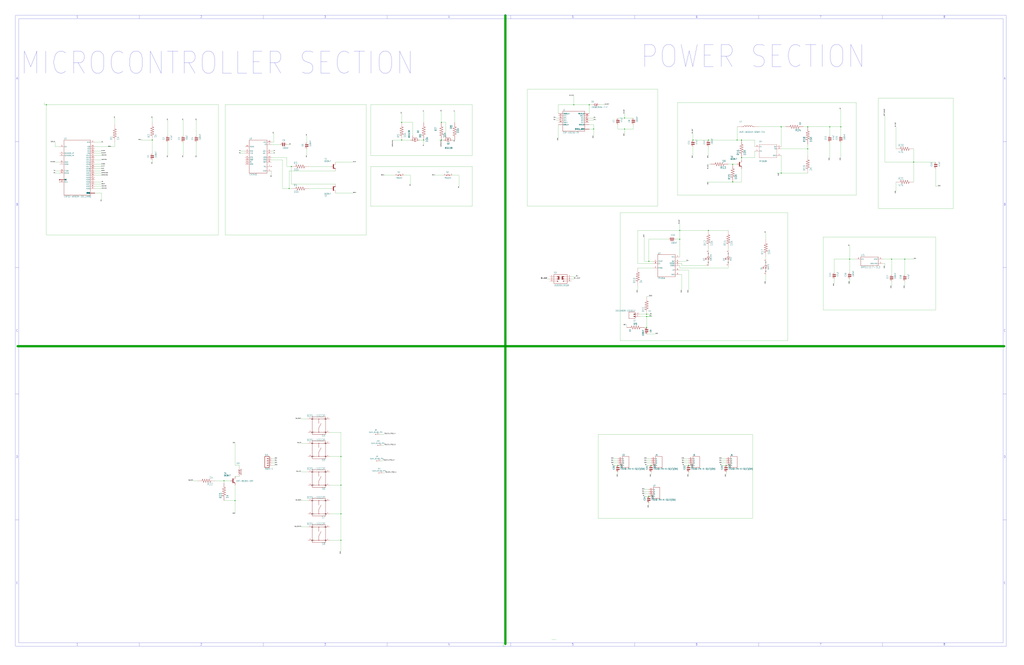
<source format=kicad_sch>
(kicad_sch (version 20231120) (generator "eeschema") (generator_version "8.0")
  (paper "User" 1178.56 765.886)
  (junction (at 257.81 553.72))
  (junction (at 392.43 622.3))
  (junction (at 843.28 209.55))
  (junction (at 746.76 300.99))
  (junction (at 508 140.97))
  (junction (at 835.66 535.94))
  (junction (at 711.2 535.94))
  (junction (at 392.43 558.8))
  (junction (at 929.64 146.05))
  (junction (at 744.22 361.95))
  (junction (at 815.34 161.29))
  (junction (at 977.9 298.45))
  (junction (at 508 161.29))
  (junction (at 175.26 161.29))
  (junction (at 967.74 146.05))
  (junction (at 1051.56 186.69))
  (junction (at 1041.4 298.45))
  (junction (at 853.44 181.61))
  (junction (at 749.3 535.94))
  (junction (at 392.43 591.82))
  (junction (at 53.34 120.65))
  (junction (at 929.64 171.45))
  (junction (at 1026.16 298.45))
  (junction (at 744.22 364.49))
  (junction (at 848.36 161.29))
  (junction (at 487.68 161.29))
  (junction (at 718.82 135.89))
  (junction (at 335.28 191.77))
  (junction (at 782.32 265.43))
  (junction (at 843.28 189.23))
  (junction (at 683.26 148.59))
  (junction (at 392.43 525.78))
  (junction (at 797.56 161.29))
  (junction (at 270.51 576.58))
  (junction (at 744.22 377.19))
  (junction (at 792.48 535.94))
  (junction (at 332.74 217.17))
  (junction (at 462.28 161.29))
  (junction (at 815.34 265.43))
  (junction (at 899.16 199.39))
  (junction (at 678.18 120.65))
  (junction (at 782.32 275.59))
  (junction (at 955.04 146.05))
  (junction (at 853.44 161.29))
  (junction (at 462.28 140.97))
  (junction (at 899.16 146.05))
  (junction (at 660.4 120.65))
  (junction (at 746.76 571.5))
  (junction (at 718.82 148.59))
  (wire (pts (xy 392.43 525.78) (xy 392.43 558.8)) (stroke (width 0.1524)))
  (wire (pts (xy 734.06 303.53) (xy 734.06 265.43)) (stroke (width 0.1524)))
  (wire (pts (xy 741.68 377.19) (xy 744.22 377.19)) (stroke (width 0.1524)))
  (polyline (pts (xy 1154.43 453.644) (xy 1158.24 453.644)))
  (polyline (pts (xy 588.01 17.78) (xy 588.01 21.59)))
  (wire (pts (xy 985.52 298.45) (xy 977.9 298.45)) (stroke (width 0.1524)))
  (wire (pts (xy 386.08 222.25) (xy 406.4 222.25)) (stroke (width 0.1524)))
  (wire (pts (xy 109.22 176.53) (xy 116.84 176.53)) (stroke (width 0.1524)))
  (wire (pts (xy 1031.24 171.45) (xy 1031.24 146.05)) (stroke (width 0.1524)))
  (wire (pts (xy 68.58 196.85) (xy 63.5 196.85)) (stroke (width 0.1524)))
  (wire (pts (xy 330.2 166.37) (xy 332.74 166.37)) (stroke (width 0.1524)))
  (wire (pts (xy 749.3 533.4) (xy 744.22 533.4)) (stroke (width 0.1524)))
  (wire (pts (xy 472.44 161.29) (xy 462.28 161.29)) (stroke (width 0.1524)))
  (wire (pts (xy 1026.16 323.85) (xy 1026.16 328.93)) (stroke (width 0.1524)))
  (wire (pts (xy 440.69 544.83) (xy 443.23 544.83)))
  (wire (pts (xy 690.88 120.65) (xy 695.96 120.65)) (stroke (width 0.1524)))
  (wire (pts (xy 543.56 191.77) (xy 543.56 237.49)) (stroke (width 0.1524)))
  (wire (pts (xy 835.66 528.32) (xy 830.58 528.32)) (stroke (width 0.1524)))
  (wire (pts (xy 1051.56 186.69) (xy 1018.54 186.69)) (stroke (width 0.1524)))
  (wire (pts (xy 247.65 553.72) (xy 257.81 553.72)) (stroke (width 0.1524)))
  (wire (pts (xy 270.51 558.8) (xy 270.51 576.58)) (stroke (width 0.1524)))
  (wire (pts (xy 1076.96 273.05) (xy 1076.96 356.87)) (stroke (width 0.1524)))
  (wire (pts (xy 782.32 300.99) (xy 789.94 300.99)) (stroke (width 0.1524)))
  (wire (pts (xy 688.34 596.9) (xy 688.34 500.38)) (stroke (width 0.1524)))
  (wire (pts (xy 332.74 196.85) (xy 332.74 217.17)) (stroke (width 0.1524)))
  (wire (pts (xy 1018.54 186.69) (xy 1018.54 133.35)) (stroke (width 0.1524)))
  (wire (pts (xy 1010.92 240.03) (xy 1097.28 240.03)) (stroke (width 0.1524)))
  (wire (pts (xy 868.68 161.29) (xy 853.44 161.29)) (stroke (width 0.1524)))
  (wire (pts (xy 109.22 191.77) (xy 116.84 191.77)) (stroke (width 0.1524)))
  (wire (pts (xy 678.18 135.89) (xy 683.26 135.89)) (stroke (width 0.1524)))
  (polyline (pts (xy 160.3375 740.41) (xy 160.3375 744.22)))
  (polyline (pts (xy 1154.43 308.356) (xy 1158.24 308.356)))
  (wire (pts (xy 513.08 140.97) (xy 508 140.97)) (stroke (width 0.1524)))
  (wire (pts (xy 257.81 576.58) (xy 270.51 576.58)) (stroke (width 0.1524)))
  (wire (pts (xy 815.34 168.91) (xy 815.34 179.07)) (stroke (width 0.1524)))
  (wire (pts (xy 523.24 140.97) (xy 523.24 128.27)) (stroke (width 0.1524)))
  (wire (pts (xy 462.28 161.29) (xy 452.12 161.29)) (stroke (width 0.1524)))
  (wire (pts (xy 109.22 217.17) (xy 116.84 217.17)) (stroke (width 0.1524)))
  (wire (pts (xy 835.66 535.94) (xy 830.58 535.94)) (stroke (width 0.1524)))
  (wire (pts (xy 312.42 173.99) (xy 314.96 173.99)) (stroke (width 0.1524)))
  (wire (pts (xy 508 161.29) (xy 510.54 161.29)) (stroke (width 0.1524)))
  (wire (pts (xy 838.2 189.23) (xy 843.28 189.23)) (stroke (width 0.1524)))
  (wire (pts (xy 899.16 199.39) (xy 894.08 199.39)) (stroke (width 0.1524)))
  (wire (pts (xy 438.15 530.86) (xy 440.69 530.86)))
  (wire (pts (xy 462.28 140.97) (xy 462.28 130.81)) (stroke (width 0.1524)))
  (wire (pts (xy 353.06 163.83) (xy 353.06 156.21)) (stroke (width 0.1524)))
  (wire (pts (xy 853.44 209.55) (xy 843.28 209.55)) (stroke (width 0.1524)))
  (wire (pts (xy 1041.4 323.85) (xy 1041.4 328.93)) (stroke (width 0.1524)))
  (wire (pts (xy 332.74 217.17) (xy 335.28 217.17)) (stroke (width 0.1524)))
  (wire (pts (xy 749.3 535.94) (xy 744.22 535.94)) (stroke (width 0.1524)))
  (wire (pts (xy 281.94 173.99) (xy 276.86 173.99)) (stroke (width 0.1524)))
  (polyline (pts (xy 17.78 163.068) (xy 21.59 163.068)))
  (wire (pts (xy 1026.16 298.45) (xy 1041.4 298.45)) (stroke (width 0.1524)))
  (wire (pts (xy 955.04 146.05) (xy 967.74 146.05)) (stroke (width 0.1524)))
  (wire (pts (xy 508 161.29) (xy 505.46 161.29)) (stroke (width 0.1524)))
  (wire (pts (xy 472.44 201.93) (xy 472.44 212.09)) (stroke (width 0.1524)))
  (wire (pts (xy 736.6 361.95) (xy 744.22 361.95)) (stroke (width 0.1524)))
  (polyline (pts (xy 1154.43 21.59) (xy 21.59 21.59)))
  (wire (pts (xy 354.33 576.58) (xy 346.71 576.58)) (stroke (width 0.1524)))
  (wire (pts (xy 109.22 189.23) (xy 116.84 189.23)) (stroke (width 0.1524)))
  (wire (pts (xy 1076.96 214.63) (xy 1079.5 214.63)) (stroke (width 0.1524)))
  (wire (pts (xy 711.2 143.51) (xy 711.2 148.59)) (stroke (width 0.1524)))
  (polyline (pts (xy 445.4525 17.78) (xy 445.4525 21.59)))
  (wire (pts (xy 270.51 510.54) (xy 270.51 535.94)) (stroke (width 0.1524)))
  (wire (pts (xy 678.18 130.81) (xy 678.18 120.65)) (stroke (width 0.1524)))
  (polyline (pts (xy 445.4525 740.41) (xy 445.4525 744.22)))
  (wire (pts (xy 967.74 163.83) (xy 967.74 181.61)) (stroke (width 0.1524)))
  (wire (pts (xy 815.34 285.75) (xy 815.34 288.29)) (stroke (width 0.1524)))
  (wire (pts (xy 313.69 530.86) (xy 316.23 530.86)) (stroke (width 0.1524)))
  (wire (pts (xy 734.06 265.43) (xy 782.32 265.43)) (stroke (width 0.1524)))
  (wire (pts (xy 454.66 201.93) (xy 441.96 201.93)) (stroke (width 0.1524)))
  (polyline (pts (xy 1154.43 740.41) (xy 21.59 740.41)))
  (wire (pts (xy 678.18 143.51) (xy 683.26 143.51)) (stroke (width 0.1524)))
  (wire (pts (xy 779.78 224.79) (xy 779.78 118.11)) (stroke (width 0.1524)))
  (wire (pts (xy 386.08 196.85) (xy 332.74 196.85)) (stroke (width 0.1524)))
  (wire (pts (xy 736.6 364.49) (xy 744.22 364.49)))
  (wire (pts (xy 797.56 168.91) (xy 797.56 179.07)) (stroke (width 0.1524)))
  (wire (pts (xy 868.68 181.61) (xy 853.44 181.61)) (stroke (width 0.1524)))
  (wire (pts (xy 967.74 146.05) (xy 967.74 125.73)) (stroke (width 0.1524)))
  (wire (pts (xy 259.08 270.51) (xy 259.08 120.65)) (stroke (width 0.1524)))
  (wire (pts (xy 746.76 566.42) (xy 741.68 566.42)) (stroke (width 0.1524)))
  (wire (pts (xy 947.42 273.05) (xy 1076.96 273.05)) (stroke (width 0.1524)))
  (wire (pts (xy 175.26 161.29) (xy 162.56 161.29)) (stroke (width 0.1524)))
  (wire (pts (xy 193.04 163.83) (xy 193.04 179.07)) (stroke (width 0.1524)))
  (wire (pts (xy 866.14 596.9) (xy 688.34 596.9)) (stroke (width 0.1524)))
  (wire (pts (xy 929.64 171.45) (xy 929.64 179.07)) (stroke (width 0.1524)))
  (polyline (pts (xy 1154.43 21.59) (xy 1154.43 740.41)))
  (wire (pts (xy 688.34 500.38) (xy 866.14 500.38)) (stroke (width 0.1524)))
  (wire (pts (xy 520.7 161.29) (xy 523.24 161.29)) (stroke (width 0.1524)))
  (wire (pts (xy 528.32 201.93) (xy 528.32 214.63)) (stroke (width 0.1524)))
  (wire (pts (xy 782.32 265.43) (xy 815.34 265.43)) (stroke (width 0.1524)))
  (wire (pts (xy 985.52 224.79) (xy 779.78 224.79)) (stroke (width 0.1524)))
  (wire (pts (xy 325.12 184.15) (xy 325.12 217.17)) (stroke (width 0.1524)))
  (wire (pts (xy 581.66 741.68) (xy 579.12 741.68)) (stroke (width 0.1524)))
  (wire (pts (xy 354.33 607.06) (xy 346.71 607.06)) (stroke (width 0.1524)))
  (wire (pts (xy 53.34 270.51) (xy 53.34 120.65)) (stroke (width 0.1524)))
  (wire (pts (xy 853.44 184.15) (xy 853.44 181.61)) (stroke (width 0.1524)))
  (wire (pts (xy 838.2 285.75) (xy 838.2 288.29)) (stroke (width 0.1524)))
  (wire (pts (xy 960.12 298.45) (xy 960.12 313.69)) (stroke (width 0.1524)))
  (wire (pts (xy 678.18 120.65) (xy 660.4 120.65)) (stroke (width 0.1524)))
  (wire (pts (xy 543.56 237.49) (xy 426.72 237.49)) (stroke (width 0.1524)))
  (wire (pts (xy 1051.56 171.45) (xy 1051.56 186.69)) (stroke (width 0.1524)))
  (wire (pts (xy 792.48 533.4) (xy 787.4 533.4)) (stroke (width 0.1524)))
  (wire (pts (xy 744.22 377.19) (xy 744.22 364.49)) (stroke (width 0.1524)))
  (wire (pts (xy 779.78 118.11) (xy 985.52 118.11)) (stroke (width 0.1524)))
  (wire (pts (xy 749.3 528.32) (xy 744.22 528.32)) (stroke (width 0.1524)))
  (wire (pts (xy 330.2 191.77) (xy 335.28 191.77)) (stroke (width 0.1524)))
  (wire (pts (xy 513.08 156.21) (xy 513.08 140.97)) (stroke (width 0.1524)))
  (wire (pts (xy 924.56 146.05) (xy 929.64 146.05)))
  (wire (pts (xy 960.12 321.31) (xy 960.12 326.39)) (stroke (width 0.1524)))
  (wire (pts (xy 642.62 120.65) (xy 642.62 130.81)) (stroke (width 0.1524)))
  (wire (pts (xy 642.62 135.89) (xy 640.08 135.89)) (stroke (width 0.1524)))
  (wire (pts (xy 881.38 275.59) (xy 881.38 267.97)) (stroke (width 0.1524)))
  (wire (pts (xy 109.22 212.09) (xy 116.84 212.09)) (stroke (width 0.1524)))
  (wire (pts (xy 711.2 528.32) (xy 706.12 528.32)) (stroke (width 0.1524)))
  (wire (pts (xy 314.96 163.83) (xy 314.96 153.67)) (stroke (width 0.1524)))
  (wire (pts (xy 487.68 140.97) (xy 487.68 128.27)) (stroke (width 0.1524)))
  (wire (pts (xy 683.26 143.51) (xy 683.26 148.59)) (stroke (width 0.1524)))
  (wire (pts (xy 353.06 171.45) (xy 353.06 179.07)) (stroke (width 0.1524)))
  (wire (pts (xy 784.86 316.23) (xy 784.86 334.01)) (stroke (width 0.1524)))
  (polyline (pts (xy 730.5675 740.41) (xy 730.5675 744.22)))
  (wire (pts (xy 955.04 156.21) (xy 955.04 146.05)) (stroke (width 0.1524)))
  (wire (pts (xy 797.56 161.29) (xy 797.56 153.67)) (stroke (width 0.1524)))
  (wire (pts (xy 474.98 156.21) (xy 474.98 140.97)) (stroke (width 0.1524)))
  (wire (pts (xy 68.58 168.91) (xy 63.5 168.91)) (stroke (width 0.1524)))
  (wire (pts (xy 354.33 482.6) (xy 346.71 482.6)) (stroke (width 0.1524)))
  (wire (pts (xy 660.4 120.65) (xy 660.4 110.49)) (stroke (width 0.1524)))
  (wire (pts (xy 109.22 201.93) (xy 116.84 201.93)) (stroke (width 0.1524)))
  (wire (pts (xy 109.22 199.39) (xy 116.84 199.39)) (stroke (width 0.1524)))
  (wire (pts (xy 109.22 184.15) (xy 116.84 184.15)) (stroke (width 0.1524)))
  (wire (pts (xy 899.16 168.91) (xy 899.16 146.05)) (stroke (width 0.1524)))
  (wire (pts (xy 109.22 173.99) (xy 116.84 173.99)) (stroke (width 0.1524)))
  (wire (pts (xy 718.82 148.59) (xy 728.98 148.59)) (stroke (width 0.1524)))
  (wire (pts (xy 464.82 201.93) (xy 472.44 201.93)) (stroke (width 0.1524)))
  (wire (pts (xy 487.68 161.29) (xy 487.68 166.37)) (stroke (width 0.1524)))
  (wire (pts (xy 929.64 166.37) (xy 929.64 171.45)) (stroke (width 0.1524)))
  (wire (pts (xy 579.12 741.68) (xy 579.12 744.22)) (stroke (width 0.1524)))
  (wire (pts (xy 782.32 295.91) (xy 782.32 275.59)) (stroke (width 0.1524)))
  (wire (pts (xy 53.34 120.65) (xy 251.46 120.65)) (stroke (width 0.1524)))
  (wire (pts (xy 848.36 146.05) (xy 848.36 161.29)) (stroke (width 0.1524)))
  (wire (pts (xy 312.42 196.85) (xy 312.42 201.93)) (stroke (width 0.1524)))
  (wire (pts (xy 426.72 237.49) (xy 426.72 191.77)) (stroke (width 0.1524)))
  (wire (pts (xy 227.33 553.72) (xy 222.25 553.72)) (stroke (width 0.1524)))
  (wire (pts (xy 210.82 163.83) (xy 210.82 179.07)) (stroke (width 0.1524)))
  (polyline (pts (xy 302.895 17.78) (xy 302.895 21.59)))
  (wire (pts (xy 792.48 530.86) (xy 787.4 530.86)) (stroke (width 0.1524)))
  (wire (pts (xy 744.22 341.63) (xy 746.76 341.63)) (stroke (width 0.1524)))
  (wire (pts (xy 749.3 543.56) (xy 749.3 546.1)) (stroke (width 0.1524)))
  (polyline (pts (xy 1154.43 163.068) (xy 1158.24 163.068)))
  (wire (pts (xy 386.08 186.69) (xy 406.4 186.69)) (stroke (width 0.1524)))
  (wire (pts (xy 1097.28 240.03) (xy 1097.28 113.03)) (stroke (width 0.1524)))
  (wire (pts (xy 325.12 217.17) (xy 332.74 217.17)) (stroke (width 0.1524)))
  (wire (pts (xy 175.26 176.53) (xy 175.26 161.29)) (stroke (width 0.1524)))
  (wire (pts (xy 63.5 168.91) (xy 63.5 163.83)) (stroke (width 0.1524)))
  (wire (pts (xy 259.08 120.65) (xy 421.64 120.65)) (stroke (width 0.1524)))
  (wire (pts (xy 632.46 321.31) (xy 629.92 321.31)) (stroke (width 0.1524)))
  (wire (pts (xy 270.51 548.64) (xy 275.59 548.64)) (stroke (width 0.1524)))
  (wire (pts (xy 835.66 530.86) (xy 830.58 530.86)) (stroke (width 0.1524)))
  (wire (pts (xy 642.62 138.43) (xy 640.08 138.43)) (stroke (width 0.1524)))
  (wire (pts (xy 792.48 311.15) (xy 792.48 334.01)) (stroke (width 0.1524)))
  (polyline (pts (xy 1015.6825 17.78) (xy 1015.6825 21.59)))
  (wire (pts (xy 848.36 161.29) (xy 853.44 161.29)) (stroke (width 0.1524)))
  (wire (pts (xy 379.73 497.84) (xy 392.43 497.84)) (stroke (width 0.1524)))
  (wire (pts (xy 815.34 265.43) (xy 838.2 265.43)) (stroke (width 0.1524)))
  (wire (pts (xy 782.32 265.43) (xy 782.32 257.81)) (stroke (width 0.1524)))
  (wire (pts (xy 868.68 168.91) (xy 868.68 161.29)) (stroke (width 0.1524)))
  (wire (pts (xy 1076.96 186.69) (xy 1051.56 186.69)) (stroke (width 0.1524)))
  (wire (pts (xy 955.04 163.83) (xy 955.04 181.61)) (stroke (width 0.1524)))
  (polyline (pts (xy 1015.6825 740.41) (xy 1015.6825 744.22)))
  (wire (pts (xy 782.32 311.15) (xy 792.48 311.15)) (stroke (width 0.1524)))
  (wire (pts (xy 741.68 300.99) (xy 741.68 273.05)) (stroke (width 0.1524)))
  (wire (pts (xy 439.42 513.08) (xy 441.96 513.08)))
  (wire (pts (xy 906.78 392.43) (xy 713.74 392.43)) (stroke (width 0.1524)))
  (polyline (pts (xy 160.3375 17.78) (xy 160.3375 21.59)))
  (wire (pts (xy 746.76 571.5) (xy 741.68 571.5)) (stroke (width 0.1524)))
  (wire (pts (xy 711.2 530.86) (xy 706.12 530.86)) (stroke (width 0.1524)))
  (wire (pts (xy 1016 298.45) (xy 1026.16 298.45)) (stroke (width 0.1524)))
  (wire (pts (xy 312.42 184.15) (xy 325.12 184.15)) (stroke (width 0.1524)))
  (wire (pts (xy 251.46 120.65) (xy 251.46 270.51)) (stroke (width 0.1524)))
  (wire (pts (xy 815.34 161.29) (xy 848.36 161.29)) (stroke (width 0.1524)))
  (wire (pts (xy 782.32 303.53) (xy 784.86 303.53)) (stroke (width 0.1524)))
  (wire (pts (xy 109.22 168.91) (xy 132.08 168.91)) (stroke (width 0.1524)))
  (wire (pts (xy 899.16 171.45) (xy 929.64 171.45)) (stroke (width 0.1524)))
  (wire (pts (xy 782.32 306.07) (xy 782.32 308.61)) (stroke (width 0.1524)))
  (wire (pts (xy 426.72 191.77) (xy 543.56 191.77)) (stroke (width 0.1524)))
  (wire (pts (xy 683.26 148.59) (xy 683.26 156.21)) (stroke (width 0.1524)))
  (wire (pts (xy 746.76 275.59) (xy 746.76 300.99)) (stroke (width 0.1524)))
  (wire (pts (xy 421.64 270.51) (xy 259.08 270.51)) (stroke (width 0.1524)))
  (wire (pts (xy 426.72 179.07) (xy 543.56 179.07)) (stroke (width 0.1524)))
  (wire (pts (xy 835.66 533.4) (xy 830.58 533.4)) (stroke (width 0.1524)))
  (wire (pts (xy 746.76 300.99) (xy 741.68 300.99)) (stroke (width 0.1524)))
  (wire (pts (xy 660.4 120.65) (xy 642.62 120.65)) (stroke (width 0.1524)))
  (polyline (pts (xy 17.78 598.932) (xy 21.59 598.932)))
  (wire (pts (xy 718.82 135.89) (xy 718.82 130.81)) (stroke (width 0.1524)))
  (wire (pts (xy 335.28 212.09) (xy 335.28 191.77)) (stroke (width 0.1524)))
  (wire (pts (xy 379.73 622.3) (xy 392.43 622.3)) (stroke (width 0.1524)))
  (wire (pts (xy 330.2 181.61) (xy 330.2 191.77)) (stroke (width 0.1524)))
  (wire (pts (xy 1041.4 316.23) (xy 1041.4 298.45)) (stroke (width 0.1524)))
  (wire (pts (xy 421.64 120.65) (xy 421.64 270.51)) (stroke (width 0.1524)))
  (wire (pts (xy 777.24 275.59) (xy 782.32 275.59)) (stroke (width 0.1524)))
  (wire (pts (xy 313.69 533.4) (xy 316.23 533.4)) (stroke (width 0.1524)))
  (wire (pts (xy 744.22 361.95) (xy 750.57 361.95)) (stroke (width 0.1524)))
  (wire (pts (xy 508 140.97) (xy 508 128.27)) (stroke (width 0.1524)))
  (wire (pts (xy 977.9 313.69) (xy 977.9 298.45)) (stroke (width 0.1524)))
  (wire (pts (xy 579.12 744.22) (xy 581.66 744.22)) (stroke (width 0.1524)))
  (wire (pts (xy 744.22 364.49) (xy 750.57 364.49)))
  (wire (pts (xy 711.2 148.59) (xy 718.82 148.59)) (stroke (width 0.1524)))
  (wire (pts (xy 379.73 525.78) (xy 392.43 525.78)) (stroke (width 0.1524)))
  (wire (pts (xy 751.84 308.61) (xy 734.06 308.61)) (stroke (width 0.1524)))
  (wire (pts (xy 1041.4 298.45) (xy 1051.56 298.45)) (stroke (width 0.1524)))
  (wire (pts (xy 281.94 176.53) (xy 276.86 176.53)) (stroke (width 0.1524)))
  (wire (pts (xy 642.62 143.51) (xy 642.62 158.75)) (stroke (width 0.1524)))
  (wire (pts (xy 744.22 384.81) (xy 754.38 384.81)) (stroke (width 0.1524)))
  (wire (pts (xy 967.74 156.21) (xy 967.74 146.05)) (stroke (width 0.1524)))
  (wire (pts (xy 985.52 118.11) (xy 985.52 224.79)) (stroke (width 0.1524)))
  (polyline (pts (xy 588.01 740.41) (xy 588.01 744.22)))
  (wire (pts (xy 868.68 173.99) (xy 868.68 181.61)) (stroke (width 0.1524)))
  (wire (pts (xy 873.76 146.05) (xy 899.16 146.05)) (stroke (width 0.1524)))
  (wire (pts (xy 1018.54 303.53) (xy 1018.54 306.07)) (stroke (width 0.1524)))
  (wire (pts (xy 312.42 163.83) (xy 314.96 163.83)) (stroke (width 0.1524)))
  (wire (pts (xy 784.86 306.07) (xy 815.34 306.07)) (stroke (width 0.1524)))
  (wire (pts (xy 746.76 300.99) (xy 751.84 300.99)) (stroke (width 0.1524)))
  (wire (pts (xy 678.18 148.59) (xy 683.26 148.59)) (stroke (width 0.1524)))
  (polyline (pts (xy 873.125 740.41) (xy 873.125 744.22)))
  (wire (pts (xy 746.76 568.96) (xy 741.68 568.96)) (stroke (width 0.1524)))
  (wire (pts (xy 581.66 17.78) (xy 581.66 741.68)) (stroke (width 2.54)))
  (wire (pts (xy 843.28 209.55) (xy 815.34 209.55)) (stroke (width 0.1524)))
  (wire (pts (xy 756.92 237.49) (xy 607.06 237.49)) (stroke (width 0.1524)))
  (wire (pts (xy 899.16 146.05) (xy 904.24 146.05)))
  (wire (pts (xy 355.6 217.17) (xy 381 217.17)) (stroke (width 0.1524)))
  (wire (pts (xy 68.58 186.69) (xy 63.5 186.69)) (stroke (width 0.1524)))
  (wire (pts (xy 392.43 622.3) (xy 392.43 635)) (stroke (width 0.1524)))
  (wire (pts (xy 257.81 553.72) (xy 265.43 553.72)) (stroke (width 0.1524)))
  (wire (pts (xy 929.64 146.05) (xy 955.04 146.05)) (stroke (width 0.1524)))
  (wire (pts (xy 711.2 533.4) (xy 706.12 533.4)) (stroke (width 0.1524)))
  (wire (pts (xy 226.06 156.21) (xy 226.06 138.43)) (stroke (width 0.1524)))
  (wire (pts (xy 835.66 543.56) (xy 835.66 546.1)) (stroke (width 0.1524)))
  (polyline (pts (xy 873.125 17.78) (xy 873.125 21.59)))
  (wire (pts (xy 749.3 530.86) (xy 744.22 530.86)) (stroke (width 0.1524)))
  (wire (pts (xy 607.06 237.49) (xy 607.06 102.87)) (stroke (width 0.1524)))
  (wire (pts (xy 436.88 500.38) (xy 441.96 500.38)))
  (wire (pts (xy 355.6 191.77) (xy 381 191.77)) (stroke (width 0.1524)))
  (polyline (pts (xy 21.59 21.59) (xy 21.59 740.41)))
  (wire (pts (xy 881.38 295.91) (xy 881.38 298.45)) (stroke (width 0.1524)))
  (wire (pts (xy 257.81 556.26) (xy 257.81 553.72)) (stroke (width 0.1524)))
  (wire (pts (xy 354.33 543.56) (xy 346.71 543.56)) (stroke (width 0.1524)))
  (wire (pts (xy 866.14 500.38) (xy 866.14 596.9)) (stroke (width 0.1524)))
  (wire (pts (xy 379.73 591.82) (xy 392.43 591.82)) (stroke (width 0.1524)))
  (wire (pts (xy 792.48 528.32) (xy 787.4 528.32)) (stroke (width 0.1524)))
  (wire (pts (xy 109.22 179.07) (xy 116.84 179.07)) (stroke (width 0.1524)))
  (wire (pts (xy 711.2 543.56) (xy 711.2 546.1)) (stroke (width 0.1524)))
  (wire (pts (xy 769.62 275.59) (xy 746.76 275.59)) (stroke (width 0.1524)))
  (wire (pts (xy 313.69 528.32) (xy 316.23 528.32)) (stroke (width 0.1524)))
  (wire (pts (xy 543.56 120.65) (xy 426.72 120.65)) (stroke (width 0.1524)))
  (wire (pts (xy 751.84 303.53) (xy 734.06 303.53)) (stroke (width 0.1524)))
  (wire (pts (xy 744.22 364.49) (xy 750.57 364.49)) (stroke (width 0.1524)))
  (wire (pts (xy 607.06 102.87) (xy 756.92 102.87)) (stroke (width 0.1524)))
  (wire (pts (xy 50.8 118.11) (xy 50.8 120.65)) (stroke (width 0.1524)))
  (wire (pts (xy 906.78 245.11) (xy 906.78 392.43)) (stroke (width 0.1524)))
  (wire (pts (xy 848.36 189.23) (xy 843.28 189.23)) (stroke (width 0.1524)))
  (wire (pts (xy 1031.24 209.55) (xy 1031.24 219.71)) (stroke (width 0.1524)))
  (wire (pts (xy 718.82 135.89) (xy 728.98 135.89)) (stroke (width 0.1524)))
  (wire (pts (xy 734.06 328.93) (xy 734.06 334.01)) (stroke (width 0.1524)))
  (wire (pts (xy 386.08 212.09) (xy 335.28 212.09)) (stroke (width 0.1524)))
  (wire (pts (xy 275.59 535.94) (xy 270.51 535.94)) (stroke (width 0.1524)))
  (wire (pts (xy 474.98 140.97) (xy 462.28 140.97)) (stroke (width 0.1524)))
  (wire (pts (xy 1155.7 398.78) (xy 20.32 398.78)) (stroke (width 2.54)))
  (wire (pts (xy 792.48 535.94) (xy 787.4 535.94)) (stroke (width 0.1524)))
  (wire (pts (xy 797.56 161.29) (xy 815.34 161.29)) (stroke (width 0.1524)))
  (wire (pts (xy 977.9 321.31) (xy 977.9 326.39)) (stroke (width 0.1524)))
  (wire (pts (xy 657.86 321.31) (xy 660.4 321.31)) (stroke (width 0.1524)))
  (wire (pts (xy 354.33 510.54) (xy 346.71 510.54)) (stroke (width 0.1524)))
  (wire (pts (xy 1097.28 113.03) (xy 1010.92 113.03)) (stroke (width 0.1524)))
  (polyline (pts (xy 730.5675 17.78) (xy 730.5675 21.59)))
  (wire (pts (xy 109.22 196.85) (xy 116.84 196.85)) (stroke (width 0.1524)))
  (wire (pts (xy 782.32 316.23) (xy 784.86 316.23)) (stroke (width 0.1524)))
  (wire (pts (xy 881.38 316.23) (xy 881.38 323.85)) (stroke (width 0.1524)))
  (wire (pts (xy 899.16 199.39) (xy 929.64 199.39)) (stroke (width 0.1524)))
  (wire (pts (xy 109.22 163.83) (xy 116.84 163.83)) (stroke (width 0.1524)))
  (wire (pts (xy 226.06 163.83) (xy 226.06 179.07)) (stroke (width 0.1524)))
  (wire (pts (xy 270.51 576.58) (xy 270.51 591.82)) (stroke (width 0.1524)))
  (wire (pts (xy 1076.96 194.31) (xy 1076.96 214.63)) (stroke (width 0.1524)))
  (wire (pts (xy 977.9 298.45) (xy 960.12 298.45)) (stroke (width 0.1524)))
  (wire (pts (xy 1016 303.53) (xy 1018.54 303.53)) (stroke (width 0.1524)))
  (wire (pts (xy 746.76 579.12) (xy 746.76 581.66)) (stroke (width 0.1524)))
  (wire (pts (xy 482.6 161.29) (xy 487.68 161.29)) (stroke (width 0.1524)))
  (wire (pts (xy 251.46 270.51) (xy 53.34 270.51)) (stroke (width 0.1524)))
  (polyline (pts (xy 302.895 740.41) (xy 302.895 744.22)))
  (wire (pts (xy 175.26 184.15) (xy 175.26 186.69)) (stroke (width 0.1524)))
  (wire (pts (xy 678.18 120.65) (xy 680.72 120.65)) (stroke (width 0.1524)))
  (wire (pts (xy 175.26 140.97) (xy 175.26 135.89)) (stroke (width 0.1524)))
  (wire (pts (xy 520.7 201.93) (xy 528.32 201.93)) (stroke (width 0.1524)))
  (wire (pts (xy 782.32 308.61) (xy 838.2 308.61)) (stroke (width 0.1524)))
  (wire (pts (xy 817.88 189.23) (xy 815.34 189.23)) (stroke (width 0.1524)))
  (wire (pts (xy 109.22 214.63) (xy 116.84 214.63)) (stroke (width 0.1524)))
  (polyline (pts (xy 1154.43 598.932) (xy 1158.24 598.932)))
  (wire (pts (xy 713.74 245.11) (xy 906.78 245.11)) (stroke (width 0.1524)))
  (wire (pts (xy 782.32 275.59) (xy 782.32 265.43)) (stroke (width 0.1524)))
  (wire (pts (xy 728.98 148.59) (xy 728.98 143.51)) (stroke (width 0.1524)))
  (wire (pts (xy 132.08 143.51) (xy 132.08 135.89)) (stroke (width 0.1524)))
  (wire (pts (xy 1076.96 356.87) (xy 947.42 356.87)) (stroke (width 0.1524)))
  (wire (pts (xy 379.73 558.8) (xy 392.43 558.8)) (stroke (width 0.1524)))
  (wire (pts (xy 109.22 209.55) (xy 116.84 209.55)) (stroke (width 0.1524)))
  (wire (pts (xy 635 736.6) (xy 640.08 736.6)) (stroke (width 0.1524)))
  (wire (pts (xy 68.58 199.39) (xy 63.5 199.39)) (stroke (width 0.1524)))
  (wire (pts (xy 312.42 166.37) (xy 322.58 166.37)) (stroke (width 0.1524)))
  (wire (pts (xy 392.43 591.82) (xy 392.43 622.3)) (stroke (width 0.1524)))
  (wire (pts (xy 792.48 543.56) (xy 792.48 546.1)) (stroke (width 0.1524)))
  (wire (pts (xy 193.04 156.21) (xy 193.04 138.43)) (stroke (width 0.1524)))
  (wire (pts (xy 1051.56 186.69) (xy 1051.56 209.55)) (stroke (width 0.1524)))
  (wire (pts (xy 312.42 181.61) (xy 330.2 181.61)) (stroke (width 0.1524)))
  (wire (pts (xy 116.84 222.25) (xy 116.84 229.87)) (stroke (width 0.1524)))
  (wire (pts (xy 711.2 535.94) (xy 706.12 535.94)) (stroke (width 0.1524)))
  (wire (pts (xy 784.86 303.53) (xy 784.86 306.07)) (stroke (width 0.1524)))
  (wire (pts (xy 1010.92 113.03) (xy 1010.92 240.03)) (stroke (width 0.1524)))
  (wire (pts (xy 899.16 179.07) (xy 899.16 199.39)) (stroke (width 0.1524)))
  (wire (pts (xy 275.59 538.48) (xy 275.59 535.94)) (stroke (width 0.1524)))
  (polyline (pts (xy 17.78 308.356) (xy 21.59 308.356)))
  (wire (pts (xy 713.74 392.43) (xy 713.74 245.11)) (stroke (width 0.1524)))
  (wire (pts (xy 109.22 194.31) (xy 116.84 194.31)) (stroke (width 0.1524)))
  (wire (pts (xy 947.42 356.87) (xy 947.42 273.05)) (stroke (width 0.1524)))
  (wire (pts (xy 313.69 535.94) (xy 316.23 535.94)) (stroke (width 0.1524)))
  (wire (pts (xy 1026.16 316.23) (xy 1026.16 298.45)) (stroke (width 0.1524)))
  (wire (pts (xy 721.36 377.19) (xy 721.36 374.65)) (stroke (width 0.1524)))
  (wire (pts (xy 392.43 497.84) (xy 392.43 525.78)) (stroke (width 0.1524)))
  (wire (pts (xy 746.76 563.88) (xy 741.68 563.88)) (stroke (width 0.1524)))
  (wire (pts (xy 853.44 194.31) (xy 853.44 209.55)) (stroke (width 0.1524)))
  (wire (pts (xy 657.86 318.77) (xy 662.94 318.77)) (stroke (width 0.1524)))
  (wire (pts (xy 132.08 168.91) (xy 132.08 163.83)) (stroke (width 0.1524)))
  (wire (pts (xy 543.56 179.07) (xy 543.56 120.65)) (stroke (width 0.1524)))
  (wire (pts (xy 718.82 148.59) (xy 718.82 153.67)) (stroke (width 0.1524)))
  (wire (pts (xy 897.89 146.05) (xy 899.16 146.05)))
  (wire (pts (xy 838.2 308.61) (xy 838.2 306.07)) (stroke (width 0.1524)))
  (wire (pts (xy 392.43 558.8) (xy 392.43 591.82)) (stroke (width 0.1524)))
  (wire (pts (xy 711.2 135.89) (xy 718.82 135.89)) (stroke (width 0.1524)))
  (wire (pts (xy 312.42 176.53) (xy 314.96 176.53)) (stroke (width 0.1524)))
  (wire (pts (xy 50.8 120.65) (xy 53.34 120.65)) (stroke (width 0.1524)))
  (wire (pts (xy 109.22 222.25) (xy 116.84 222.25)) (stroke (width 0.1524)))
  (wire (pts (xy 756.92 102.87) (xy 756.92 237.49)) (stroke (width 0.1524)))
  (wire (pts (xy 426.72 120.65) (xy 426.72 179.07)) (stroke (width 0.1524)))
  (wire (pts (xy 977.9 298.45) (xy 977.9 283.21)) (stroke (width 0.1524)))
  (polyline (pts (xy 17.78 453.644) (xy 21.59 453.644)))
  (wire (pts (xy 210.82 156.21) (xy 210.82 138.43)) (stroke (width 0.1524)))
  (wire (pts (xy 678.18 138.43) (xy 683.26 138.43)) (stroke (width 0.1524)))
  (wire (pts (xy 510.54 201.93) (xy 500.38 201.93)) (stroke (width 0.1524)))
  (polyline (pts (xy 17.78 17.78) (xy 1158.24 17.78) (xy 1158.24 744.22) (xy 17.78 744.22) (xy 17.78 17.78)))
  (text "B" (at 1156.335 235.712 0) (effects (font (size 2.54 2.286))))
  (text "C" (at 1156.335 381 0) (effects (font (size 2.54 2.286))))
  (text "3" (at 374.1737 19.685 0) (effects (font (size 2.54 2.286))))
  (text "E" (at 1156.335 671.576 0) (effects (font (size 2.54 2.286))))
  (text "B" (at 19.685 235.712 0) (effects (font (size 2.54 2.286))))
  (text "6" (at 801.8463 742.315 0) (effects (font (size 2.54 2.286))))
  (text "MICROCONTROLLER SECTION" (at 22.86 87.63 0) (effects (font (size 25.4 21.59)) (justify left bottom)))
  (text "8" (at 1086.9613 19.685 0) (effects (font (size 2.54 2.286))))
  (text "2" (at 231.6162 19.685 0) (effects (font (size 2.54 2.286))))
  (text "2" (at 231.6162 742.315 0) (effects (font (size 2.54 2.286))))
  (text "1" (at 89.0587 19.685 0) (effects (font (size 2.54 2.286))))
  (text "7" (at 944.4038 19.685 0) (effects (font (size 2.54 2.286))))
  (text "4" (at 516.7312 742.315 0) (effects (font (size 2.54 2.286))))
  (text "4" (at 516.7312 19.685 0) (effects (font (size 2.54 2.286))))
  (text "1" (at 89.0587 742.315 0) (effects (font (size 2.54 2.286))))
  (text "D" (at 1156.335 526.288 0) (effects (font (size 2.54 2.286))))
  (text "5" (at 659.2888 19.685 0) (effects (font (size 2.54 2.286))))
  (text "8" (at 1086.9613 742.315 0) (effects (font (size 2.54 2.286))))
  (text "3" (at 374.1737 742.315 0) (effects (font (size 2.54 2.286))))
  (text "5" (at 659.2888 742.315 0) (effects (font (size 2.54 2.286))))
  (text "6" (at 801.8463 19.685 0) (effects (font (size 2.54 2.286))))
  (text "C" (at 19.685 381 0) (effects (font (size 2.54 2.286))))
  (text "A" (at 1156.335 90.424 0) (effects (font (size 2.54 2.286))))
  (text "D" (at 19.685 526.288 0) (effects (font (size 2.54 2.286))))
  (text "POWER SECTION" (at 736.6 80.01 0) (effects (font (size 25.4 21.59)) (justify left bottom)))
  (text "7" (at 944.4038 742.315 0) (effects (font (size 2.54 2.286))))
  (text "E" (at 19.685 671.576 0) (effects (font (size 2.54 2.286))))
  (text "A" (at 19.685 90.424 0) (effects (font (size 2.54 2.286))))
  (label "3V3" (at 132.08 135.89 90) (effects (font (size 0.569 0.569))))
  (label "GND" (at 896.62 199.39 270) (effects (font (size 0.889 0.889))))
  (label "GND" (at 792.48 334.01 270) (effects (font (size 0.889 0.889))))
  (label "BATT_GAUGE" (at 63.5 186.69 180) (effects (font (size 0.569 0.569))))
  (label "TOUCH_PAD_4" (at 441.96 500.38 0))
  (label "GND" (at 392.43 635 270) (effects (font (size 0.889 0.889))))
  (label "5V" (at 830.58 535.94 180) (effects (font (size 0.889 0.889))))
  (label "SW_LEFT" (at 116.84 191.77 0) (effects (font (size 0.569 0.569))))
  (label "CONTROLLER_SCL" (at 116.84 201.93 0) (effects (font (size 0.569 0.569))))
  (label "SW_DOWN" (at 346.71 576.58 180) (effects (font (size 0.889 0.889))))
  (label "CONTROLLER_SCL" (at 452.12 161.29 270) (effects (font (size 0.569 0.569))))
  (label "GND" (at 316.23 535.94 0) (effects (font (size 0.889 0.889))))
  (label "SDA" (at 744.22 533.4 180) (effects (font (size 0.889 0.889))))
  (label "B+" (at 789.94 300.99 0) (effects (font (size 1.2446 1.2446))))
  (label "RXD" (at 276.86 176.53 180) (effects (font (size 0.569 0.569))))
  (label "GND" (at 815.34 209.55 270) (effects (font (size 0.889 0.889))))
  (label "DA-" (at 640.08 138.43 180) (effects (font (size 0.889 0.889))))
  (label "SW_CENTER" (at 346.71 607.06 180) (effects (font (size 0.889 0.889))))
  (label "3V3" (at 226.06 138.43 90) (effects (font (size 0.569 0.569))))
  (label "GND" (at 835.66 546.1 270) (effects (font (size 0.889 0.889))))
  (label "SW_DOWN" (at 116.84 189.23 0) (effects (font (size 0.569 0.569))))
  (label "GND" (at 332.74 166.37 0) (effects (font (size 0.569 0.569))))
  (label "5V" (at 706.12 535.94 180) (effects (font (size 0.889 0.889))))
  (label "DA+" (at 640.08 135.89 180) (effects (font (size 0.889 0.889))))
  (label "B+_OUT" (at 815.34 189.23 270) (effects (font (size 0.889 0.889))))
  (label "SDA" (at 830.58 533.4 180) (effects (font (size 0.889 0.889))))
  (label "DA-" (at 683.26 135.89 0) (effects (font (size 0.889 0.889))))
  (label "SCL" (at 787.4 530.86 180) (effects (font (size 0.889 0.889))))
  (label "GND" (at 830.58 528.32 180) (effects (font (size 0.889 0.889))))
  (label "GND" (at 312.42 201.93 270) (effects (font (size 0.569 0.569))))
  (label "3V3" (at 193.04 138.43 90) (effects (font (size 0.569 0.569))))
  (label "3V3" (at 314.96 153.67 90) (effects (font (size 0.569 0.569))))
  (label "3V3" (at 210.82 138.43 90) (effects (font (size 0.569 0.569))))
  (label "5V" (at 487.68 128.27 90) (effects (font (size 0.569 0.569))))
  (label "GND" (at 955.04 181.61 270) (effects (font (size 0.889 0.889))))
  (label "DA-" (at 314.96 176.53 0) (effects (font (size 0.569 0.569))))
  (label "GND" (at 175.26 186.69 270) (effects (font (size 0.569 0.569))))
  (label "3V3" (at 270.51 510.54 180) (effects (font (size 0.889 0.889))))
  (label "5V_OUT" (at 718.82 130.81 90) (effects (font (size 0.889 0.889))))
  (label "TOUCH_PAD_3" (at 116.84 184.15 0) (effects (font (size 0.569 0.569))))
  (label "GND" (at 754.38 384.81 0) (effects (font (size 0.889 0.889))))
  (label "SDA" (at 741.68 568.96 180) (effects (font (size 0.889 0.889))))
  (label "GND" (at 718.82 153.67 270) (effects (font (size 0.889 0.889))))
  (label "GND" (at 741.68 563.88 180) (effects (font (size 0.889 0.889))))
  (label "BUZZER" (at 222.25 553.72 180) (effects (font (size 0.889 0.889))))
  (label "SW_RIGHT" (at 346.71 482.6 180) (effects (font (size 0.889 0.889))))
  (label "GND" (at 741.68 273.05 90) (effects (font (size 0.889 0.889))))
  (label "CONTROLLER_SDA" (at 508 161.29 270) (effects (font (size 0.569 0.569))))
  (label "LDR" (at 116.84 209.55 0) (effects (font (size 0.569 0.569))))
  (label "SW_LEFT" (at 346.71 543.56 180) (effects (font (size 0.889 0.889))))
  (label "GND" (at 797.56 179.07 270) (effects (font (size 0.889 0.889))))
  (label "GND" (at 1041.4 328.93 270) (effects (font (size 0.889 0.889))))
  (label "GND" (at 1031.24 219.71 270) (effects (font (size 0.889 0.889))))
  (label "GND" (at 960.12 326.39 270) (effects (font (size 0.889 0.889))))
  (label "GND" (at 967.74 181.61 270) (effects (font (size 0.889 0.889))))
  (label "BATT_GAUGE" (at 1018.54 133.35 90) (effects (font (size 0.889 0.889))))
  (label "GND" (at 528.32 214.63 270) (effects (font (size 0.569 0.569))))
  (label "GND" (at 353.06 179.07 270) (effects (font (size 0.569 0.569))))
  (label "B+_OUT" (at 629.92 321.31 180) (effects (font (size 1.2446 1.2446))))
  (label "GND" (at 749.3 546.1 270) (effects (font (size 0.889 0.889))))
  (label "ESP_EN" (at 406.4 186.69 0) (effects (font (size 0.569 0.569))))
  (label "CONTROLLER_SDA" (at 116.84 199.39 0) (effects (font (size 0.569 0.569))))
  (label "GND" (at 642.62 158.75 270) (effects (font (size 0.889 0.889))))
  (label "GND" (at 881.38 323.85 270) (effects (font (size 0.889 0.889))))
  (label "ESP_EN" (at 162.56 161.29 180) (effects (font (size 0.569 0.569))))
  (label "SCL" (at 741.68 566.42 180) (effects (font (size 0.889 0.889))))
  (label "SDA" (at 706.12 533.4 180) (effects (font (size 0.889 0.889))))
  (label "B+_OUT" (at 629.92 321.31 180) (effects (font (size 1.2446 1.2446))))
  (label "SW_UP" (at 346.71 510.54 180) (effects (font (size 0.889 0.889))))
  (label "GND" (at 1018.54 306.07 270) (effects (font (size 0.889 0.889))))
  (label "5V" (at 881.38 267.97 90) (effects (font (size 0.889 0.889))))
  (label "5V" (at 787.4 535.94 180) (effects (font (size 0.889 0.889))))
  (label "3V3" (at 316.23 533.4 0) (effects (font (size 0.889 0.889))))
  (label "BOOT_0" (at 441.96 201.93 180) (effects (font (size 0.569 0.569))))
  (label "SDA" (at 316.23 528.32 0) (effects (font (size 0.889 0.889))))
  (label "GND" (at 744.22 528.32 180) (effects (font (size 0.889 0.889))))
  (label "SCL" (at 706.12 530.86 180) (effects (font (size 0.889 0.889))))
  (label "SDA" (at 787.4 533.4 180) (effects (font (size 0.889 0.889))))
  (label "B+" (at 662.94 318.77 0) (effects (font (size 1.2446 1.2446))))
  (label "5V" (at 744.22 535.94 180) (effects (font (size 0.889 0.889))))
  (label "SCL" (at 830.58 530.86 180) (effects (font (size 0.889 0.889))))
  (label "GND" (at 792.48 546.1 270) (effects (font (size 0.889 0.889))))
  (label "DA+" (at 683.26 138.43 0) (effects (font (size 0.889 0.889))))
  (label "TOUCH_PAD_1" (at 116.84 214.63 0) (effects (font (size 0.569 0.569))))
  (label "ESP_EN" (at 63.5 163.83 180) (effects (font (size 0.889 0.889))))
  (label "TOUCH_PAD_4" (at 116.84 179.07 0) (effects (font (size 0.569 0.569))))
  (label "GND" (at 270.51 591.82 180) (effects (font (size 0.889 0.889))))
  (label "SCL" (at 487.68 166.37 270) (effects (font (size 0.569 0.569))))
  (label "5V_OUT" (at 782.32 257.81 90) (effects (font (size 0.889 0.889))))
  (label "SDA" (at 523.24 161.29 270) (effects (font (size 0.569 0.569))))
  (label "GND" (at 815.34 179.07 270) (effects (font (size 0.889 0.889))))
  (label "B+" (at 750.57 364.49 180) (effects (font (size 1.2446 1.2446))))
  (label "SCL" (at 744.22 530.86 180) (effects (font (size 0.889 0.889))))
  (label "BAT+" (at 721.36 374.65 180) (effects (font (size 0.889 0.889))))
  (label "B+_OUT" (at 1031.24 146.05 90) (effects (font (size 0.889 0.889))))
  (label "3V3" (at 116.84 163.83 0) (effects (font (size 0.569 0.569))))
  (label "3V3" (at 175.26 135.89 90) (effects (font (size 0.569 0.569))))
  (label "5V_CHG" (at 660.4 110.49 180) (effects (font (size 0.889 0.889))))
  (label "RGB_DIN" (at 116.84 212.09 0) (effects (font (size 0.569 0.569))))
  (label "GND" (at 977.9 323.85 270) (effects (font (size 0.889 0.889))))
  (label "GND" (at 784.86 334.01 270) (effects (font (size 0.889 0.889))))
  (label "TOUCH_PAD_2" (at 116.84 217.17 0) (effects (font (size 0.569 0.569))))
  (label "3V3" (at 1051.56 298.45 0) (effects (font (size 0.889 0.889))))
  (label "GND" (at 746.76 341.63 0) (effects (font (size 1.2446 1.2446))))
  (label "GND" (at 746.76 581.66 270) (effects (font (size 0.889 0.889))))
  (label "BOOT_0" (at 406.4 222.25 0) (effects (font (size 0.569 0.569))))
  (label "TOUCH_PAD_2" (at 440.69 530.86 0))
  (label "GND" (at 734.06 334.01 270) (effects (font (size 0.889 0.889))))
  (label "DA+" (at 314.96 173.99 0) (effects (font (size 0.569 0.569))))
  (label "GND" (at 706.12 528.32 180) (effects (font (size 0.889 0.889))))
  (label "TOUCH_PAD_3" (at 441.96 513.08 0))
  (label "GND" (at 1079.5 214.63 0) (effects (font (size 0.889 0.889))))
  (label "SW_RIGHT" (at 116.84 173.99 0) (effects (font (size 0.569 0.569))))
  (label "B+_OUT" (at 660.4 321.31 0) (effects (font (size 1.2446 1.2446))))
  (label "ESP_EN" (at 500.38 201.93 180) (effects (font (size 0.569 0.569))))
  (label "BOOT_0" (at 124.46 168.91 0) (effects (font (size 0.569 0.569))))
  (label "GND" (at 472.44 212.09 270) (effects (font (size 0.569 0.569))))
  (label "GND" (at 683.26 156.21 270) (effects (font (size 0.889 0.889))))
  (label "5V_OUT" (at 695.96 120.65 0) (effects (font (size 0.889 0.889))))
  (label "SCL" (at 316.23 530.86 0) (effects (font (size 0.889 0.889))))
  (label "SW_UP" (at 116.84 194.31 0) (effects (font (size 0.569 0.569))))
  (label "3V3" (at 508 128.27 90) (effects (font (size 0.569 0.569))))
  (label "5V" (at 523.24 128.27 90) (effects (font (size 0.569 0.569))))
  (label "TOUCH_PAD_1" (at 443.23 544.83 0))
  (label "GND" (at 1026.16 328.93 270) (effects (font (size 0.889 0.889))))
  (label "GND" (at 226.06 179.07 270) (effects (font (size 0.569 0.569))))
  (label "RXD" (at 63.5 199.39 180) (effects (font (size 0.569 0.569))))
  (label "GND" (at 116.84 229.87 270) (effects (font (size 0.569 0.569))))
  (label "SW_CENTER" (at 116.84 176.53 0) (effects (font (size 0.569 0.569))))
  (label "3V3" (at 353.06 156.21 90) (effects (font (size 0.569 0.569))))
  (label "5V" (at 741.68 571.5 180) (effects (font (size 0.889 0.889))))
  (label "B-" (at 750.57 361.95 180) (effects (font (size 0.889 0.889))))
  (label "GND" (at 210.82 179.07 270) (effects (font (size 0.569 0.569))))
  (label "5V" (at 967.74 125.73 90) (effects (font (size 0.889 0.889))))
  (label "3V3" (at 462.28 130.81 90) (effects (font (size 0.569 0.569))))
  (label "GND" (at 711.2 546.1 270) (effects (font (size 0.889 0.889))))
  (label "GND" (at 193.04 179.07 270) (effects (font (size 0.569 0.569))))
  (label "B+_OUT" (at 797.56 153.67 90) (effects (font (size 0.889 0.889))))
  (label "TXD" (at 63.5 196.85 180) (effects (font (size 0.569 0.569))))
  (label "BUZZER" (at 116.84 196.85 0) (effects (font (size 0.569 0.569))))
  (label "5V" (at 977.9 283.21 180) (effects (font (size 0.889 0.889))))
  (label "GND" (at 787.4 528.32 180) (effects (font (size 0.889 0.889))))
  (label "TXD" (at 276.86 173.99 180) (effects (font (size 0.569 0.569))))
  (symbol (lib_id "untitled-eagle-import:GCM21BR71H104KA37K") (at 955.04 161.29 90) (unit 1)
    (property "Reference" "C13" (at 951.23 161.29 0) (effects (font (size 1.778 1.5113)) (justify left bottom)))
    (property "Value" "47uF" (at 960.12 161.29 0) (effects (font (size 1.778 1.5113)) (justify left bottom)))
    (property "Footprint" "untitled:CAPC2012X135N" (effects (hide yes)))
  )
  (symbol (lib_id "untitled-eagle-import:ASPI-0630LR-5R6M-T15") (at 861.06 146.05 0) (unit 1)
    (property "Reference" "L1" (at 850.9 140.97 0) (effects (font (size 1.778 1.5113)) (justify left bottom)))
    (property "Value" "ASPI-0630LR-5R6M-T15" (at 850.9 151.13 0) (effects (font (size 1.778 1.5113)) (justify left top)))
    (property "Footprint" "untitled:IND_ASPI-0630LR-5R6M-T15" (effects (hide yes)))
  )
  (symbol (lib_id "untitled-eagle-import:GCM21BR71H104KA37K") (at 711.2 140.97 90) (unit 1)
    (property "Reference" "C7" (at 707.39 140.97 0) (effects (font (size 1.778 1.5113)) (justify left bottom)))
    (property "Value" "47uF" (at 716.28 140.97 0) (effects (font (size 1.778 1.5113)) (justify left bottom)))
    (property "Footprint" "untitled:CAPC2012X135N" (effects (hide yes)))
  )
  (symbol (lib_id "untitled-eagle-import:RP73PF2A33K2BTDF") (at 881.38 285.75 90) (unit 1)
    (property "Reference" "R17" (at 878.8385 293.3744 0) (effects (font (size 2.5414 2.1601)) (justify left bottom)))
    (property "Value" "10k" (at 886.4666 293.3799 0) (effects (font (size 2.5433 2.1618)) (justify left bottom)))
    (property "Footprint" "untitled:RESC2012X65N" (effects (hide yes)))
  )
  (symbol (lib_id "untitled-eagle-import:B3SL-1022P") (at 367.03 584.2 180) (unit 1)
    (property "Reference" "S7" (at 374.657 594.3694 0) (effects (font (size 2.5423 2.1609)) (justify left bottom)))
    (property "Value" "B3SL-1022P" (at 374.6538 571.4935 0) (effects (font (size 2.5412 2.16)) (justify left bottom)))
    (property "Footprint" "untitled:SW_B3SL-1022P" (effects (hide yes)))
  )
  (symbol (lib_id "untitled-eagle-import:CSP-USC16-TR") (at 660.4 140.97 0) (unit 1)
    (property "Reference" "J1" (at 647.7 127.508 0) (effects (font (size 1.778 1.5113)) (justify left bottom)))
    (property "Value" "CSP-USC16-TR" (at 647.7 153.67 0) (effects (font (size 1.778 1.5113)) (justify left bottom)))
    (property "Footprint" "mehak:VALCON_CSP-USC16-TR" (effects (hide yes)))
  )
  (symbol (lib_id "BIOMEDICAL-eagle-import:GCM21BR71H104KA37K") (at 749.3 541.02 90) (unit 1)
    (property "Reference" "C21" (at 745.49 541.02 0) (effects (font (size 1.778 1.5113)) (justify left bottom)))
    (property "Value" "100nF" (at 754.38 541.02 0) (effects (font (size 1.778 1.5113)) (justify left bottom)))
    (property "Footprint" "BIOMEDICAL:CAPC2012X135N" (effects (hide yes)))
  )
  (symbol (lib_id "BIOMEDICAL-eagle-import:GCM21BR71H104KA37K") (at 711.2 541.02 90) (unit 1)
    (property "Reference" "C20" (at 707.39 541.02 0) (effects (font (size 1.778 1.5113)) (justify left bottom)))
    (property "Value" "100nF" (at 716.28 541.02 0) (effects (font (size 1.778 1.5113)) (justify left bottom)))
    (property "Footprint" "BIOMEDICAL:CAPC2012X135N" (effects (hide yes)))
  )
  (symbol (lib_id "untitled-eagle-import:BSS138") (at 515.62 158.75 270) (unit 1)
    (property "Reference" "Q2" (at 514.35 166.37 90) (effects (font (size 1.778 1.5113)) (justify left bottom)))
    (property "Value" "BSS138" (at 511.81 171.45 90) (effects (font (size 1.778 1.5113)) (justify left bottom)))
    (property "Footprint" "untitled:SOT95P240X111-3N" (effects (hide yes)))
  )
  (symbol (lib_id "untitled-eagle-import:RP73PF2A33K2BTDF") (at 929.64 156.21 90) (unit 1)
    (property "Reference" "R18" (at 927.0985 163.8345 0) (effects (font (size 2.5414 2.1601)) (justify left bottom)))
    (property "Value" "15K" (at 934.7266 163.84 0) (effects (font (size 2.5433 2.1618)) (justify left bottom)))
    (property "Footprint" "untitled:RESC2012X65N" (effects (hide yes)))
  )
  (symbol (lib_id "untitled-eagle-import:GCM21BR71H104KA37K") (at 1041.4 321.31 90) (unit 1)
    (property "Reference" "C18" (at 1037.59 321.31 0) (effects (font (size 1.778 1.5113)) (justify left bottom)))
    (property "Value" "47uF" (at 1046.48 321.31 0) (effects (font (size 1.778 1.5113)) (justify left bottom)))
    (property "Footprint" "untitled:CAPC2012X135N" (effects (hide yes)))
  )
  (symbol (lib_id "untitled-eagle-import:RP73PF2A33K2BTDF") (at 1041.4 209.55 0) (unit 1)
    (property "Reference" "R21" (at 1033.7755 207.0086 0) (effects (font (size 2.5414 2.1601)) (justify left bottom)))
    (property "Value" "47k" (at 1033.77 214.6367 0) (effects (font (size 2.5433 2.1618)) (justify left bottom)))
    (property "Footprint" "untitled:RESC2012X65N" (effects (hide yes)))
  )
  (symbol (lib_id "untitled-eagle-import:MA04-1") (at 306.07 530.86 0) (unit 1)
    (property "Reference" "SV1" (at 304.8 525.018 0) (effects (font (size 1.778 1.5113)) (justify left bottom)))
    (property "Value" "MA04-1" (at 304.8 541.02 0) (effects (font (size 1.778 1.5113)) (justify left bottom)))
    (property "Footprint" "untitled:MA04-1" (effects (hide yes)))
  )
  (symbol (lib_id "untitled-eagle-import:434121025816") (at 459.74 201.93 0) (unit 1)
    (property "Reference" "S1" (at 459.105 199.39 0) (effects (font (size 1.778 1.5113)) (justify bottom)))
    (property "Value" "Boot1" (at 459.74 205.74 0) (effects (font (size 1.778 1.5113)) (justify bottom)))
    (property "Footprint" "untitled:434121025816" (effects (hide yes)))
  )
  (symbol (lib_id "untitled-eagle-import:BC847") (at 267.97 553.72 0) (unit 1)
    (property "Reference" "T4" (at 257.7954 546.089 0) (effects (font (size 1.7805 1.5134)) (justify left bottom)))
    (property "Value" "BC847" (at 257.8083 548.6391 0) (effects (font (size 1.7782 1.5114)) (justify left bottom)))
    (property "Footprint" "untitled:SOT23" (effects (hide yes)))
  )
  (symbol (lib_id "untitled-eagle-import:597-3305-607F") (at 881.38 308.61 90) (unit 1)
    (property "Reference" "D4" (at 877.3097 310.6451 0) (effects (font (size 1.7807 1.5135)) (justify left bottom)))
    (property "Value" "WHITE" (at 885.1931 310.6436 0) (effects (font (size 1.7794 1.5124)) (justify left bottom)))
    (property "Footprint" "untitled:LEDC2012X70N" (effects (hide yes)))
  )
  (symbol (lib_id "untitled-eagle-import:GCM21BR71H104KA37K") (at 977.9 318.77 90) (unit 1)
    (property "Reference" "C16" (at 974.09 318.77 0) (effects (font (size 1.778 1.5113)) (justify left bottom)))
    (property "Value" "100nF" (at 982.98 318.77 0) (effects (font (size 1.778 1.5113)) (justify left bottom)))
    (property "Footprint" "untitled:CAPC2012X135N" (effects (hide yes)))
  )
  (symbol (lib_id "untitled-eagle-import:GCM21BR71H104KA37K") (at 175.26 181.61 90) (unit 1)
    (property "Reference" "C1" (at 171.45 181.61 0) (effects (font (size 1.778 1.5113)) (justify left bottom)))
    (property "Value" "100nF" (at 180.34 181.61 0) (effects (font (size 1.778 1.5113)) (justify left bottom)))
    (property "Footprint" "untitled:CAPC2012X135N" (effects (hide yes)))
  )
  (symbol (lib_id "untitled-eagle-import:RP73PF2A33K2BTDF") (at 132.08 153.67 90) (unit 1)
    (property "Reference" "R1" (at 129.5385 161.2945 0) (effects (font (size 2.5414 2.1601)) (justify left bottom)))
    (property "Value" "1k" (at 137.1666 161.3 0) (effects (font (size 2.5433 2.1618)) (justify left bottom)))
    (property "Footprint" "untitled:RESC2012X65N" (effects (hide yes)))
  )
  (symbol (lib_id "untitled-eagle-import:JS202011SCQN") (at 645.16 321.31 0) (unit 1)
    (property "Reference" "S3" (at 637.54 314.96 0) (effects (font (size 1.778 1.5113)) (justify left bottom)))
    (property "Value" "JS202011SCQN" (at 637.54 327.66 0) (effects (font (size 1.778 1.5113)) (justify left top)))
    (property "Footprint" "untitled:SW_JS202011SCQN" (effects (hide yes)))
  )
  (symbol (lib_id "untitled-eagle-import:RP73PF2A33K2BTDF") (at 843.28 199.39 90) (unit 1)
    (property "Reference" "R15" (at 840.7385 207.0145 0) (effects (font (size 2.5414 2.1601)) (justify left bottom)))
    (property "Value" "10K" (at 848.3666 207.02 0) (effects (font (size 2.5433 2.1618)) (justify left bottom)))
    (property "Footprint" "untitled:RESC2012X65N" (effects (hide yes)))
  )
  (symbol (lib_id "BIOMEDICAL-eagle-import:S4B-PH-K-S(LF)(SN)") (at 718.82 530.86 0) (unit 1)
    (property "Reference" "J3" (at 716.0249 525.0158 0) (effects (font (size 1.7786 1.5118)) (justify left bottom)))
    (property "Value" "S4B-PH-K-S(LF)(SN)" (at 716.2756 541.0373 0) (effects (font (size 1.781 1.5138)) (justify left bottom)))
    (property "Footprint" "BIOMEDICAL:JST_S4B-PH-K-S(LF)(SN)" (effects (hide yes)))
  )
  (symbol (lib_id "Connector:Conn_01x01_Pin") (at 431.8 500.38 0) (unit 1)
    (property "Reference" "J8" (at 432.435 495.3 0))
    (property "Value" "Conn_01x01_Pin" (at 432.435 497.84 0))
    (property "Description" "Generic connector, single row, 01x01, script generated" (effects (hide yes)))
  )
  (symbol (lib_id "untitled-eagle-import:RP73PF2A33K2BTDF") (at 828.04 189.23 180) (unit 1)
    (property "Reference" "R13" (at 835.6644 191.7715 0) (effects (font (size 2.5414 2.1601)) (justify left bottom)))
    (property "Value" "1K" (at 835.6699 184.1434 0) (effects (font (size 2.5433 2.1618)) (justify left bottom)))
    (property "Footprint" "untitled:RESC2012X65N" (effects (hide yes)))
  )
  (symbol (lib_id "Connector:Conn_01x01_Pin") (at 435.61 544.83 0) (unit 1)
    (property "Reference" "J11" (at 436.245 539.75 0))
    (property "Value" "Conn_01x01_Pin" (at 436.245 542.29 0))
    (property "Description" "Generic connector, single row, 01x01, script generated" (effects (hide yes)))
  )
  (symbol (lib_id "untitled-eagle-import:RP73PF2A33K2BTDF") (at 1041.4 171.45 0) (unit 1)
    (property "Reference" "R20" (at 1033.7755 168.9086 0) (effects (font (size 2.5414 2.1601)) (justify left bottom)))
    (property "Value" "47k" (at 1033.77 176.5367 0) (effects (font (size 2.5433 2.1618)) (justify left bottom)))
    (property "Footprint" "untitled:RESC2012X65N" (effects (hide yes)))
  )
  (symbol (lib_id "untitled-eagle-import:GCM21BR71H104KA37K") (at 967.74 161.29 90) (unit 1)
    (property "Reference" "C15" (at 963.93 161.29 0) (effects (font (size 1.778 1.5113)) (justify left bottom)))
    (property "Value" "100nF" (at 972.82 161.29 0) (effects (font (size 1.778 1.5113)) (justify left bottom)))
    (property "Footprint" "untitled:CAPC2012X135N" (effects (hide yes)))
  )
  (symbol (lib_id "untitled-eagle-import:RP73PF2A33K2BTDF") (at 914.4 146.05 180) (unit 1)
    (property "Reference" "R24" (at 922.0245 148.5915 0) (effects (font (size 2.5414 2.1601)) (justify left bottom)))
    (property "Value" "0" (at 922.03 140.9634 0) (effects (font (size 2.5433 2.1618)) (justify left bottom)))
    (property "Footprint" "untitled:RESC2012X65N" (effects (hide yes)))
  )
  (symbol (lib_id "BIOMEDICAL-eagle-import:GCM21BR71H104KA37K") (at 746.76 576.58 90) (unit 1)
    (property "Reference" "C24" (at 742.95 576.58 0) (effects (font (size 1.778 1.5113)) (justify left bottom)))
    (property "Value" "100nF" (at 751.84 576.58 0) (effects (font (size 1.778 1.5113)) (justify left bottom)))
    (property "Footprint" "BIOMEDICAL:CAPC2012X135N" (effects (hide yes)))
  )
  (symbol (lib_id "untitled-eagle-import:B3SL-1022P") (at 367.03 614.68 180) (unit 1)
    (property "Reference" "S8" (at 374.657 624.8494 0) (effects (font (size 2.5423 2.1609)) (justify left bottom)))
    (property "Value" "B3SL-1022P" (at 374.6538 601.9735 0) (effects (font (size 2.5412 2.16)) (justify left bottom)))
    (property "Footprint" "untitled:SW_B3SL-1022P" (effects (hide yes)))
  )
  (symbol (lib_id "untitled-eagle-import:RP73PF2A33K2BTDF") (at 508 151.13 90) (unit 1)
    (property "Reference" "R7" (at 502.9185 151.1345 0) (effects (font (size 2.5414 2.1601)) (justify left bottom)))
    (property "Value" "10k" (at 513.0866 158.76 0) (effects (font (size 2.5433 2.1618)) (justify left bottom)))
    (property "Footprint" "untitled:RESC2012X65N" (effects (hide yes)))
  )
  (symbol (lib_id "untitled-eagle-import:434121025816") (at 515.62 201.93 0) (unit 1)
    (property "Reference" "S2" (at 514.985 199.39 0) (effects (font (size 1.778 1.5113)) (justify bottom)))
    (property "Value" "Reset1" (at 515.62 205.74 0) (effects (font (size 1.778 1.5113)) (justify bottom)))
    (property "Footprint" "untitled:434121025816" (effects (hide yes)))
  )
  (symbol (lib_id "untitled-eagle-import:RP73PF2A33K2BTDF") (at 523.24 151.13 90) (unit 1)
    (property "Reference" "R8" (at 520.6985 148.5945 0) (effects (font (size 2.5414 2.1601)) (justify left bottom)))
    (property "Value" "10k" (at 528.3266 153.68 0) (effects (font (size 2.5433 2.1618)) (justify left bottom)))
    (property "Footprint" "untitled:RESC2012X65N" (effects (hide yes)))
  )
  (symbol (lib_id "untitled-eagle-import:CH340C") (at 297.18 181.61 0) (unit 1)
    (property "Reference" "U2" (at 287.02 160.655 0) (effects (font (size 1.778 1.5113)) (justify left bottom)))
    (property "Value" "CH340C" (at 287.02 201.93 0) (effects (font (size 1.778 1.5113)) (justify left bottom)))
    (property "Footprint" "untitled:SOIC127P600X180-16N" (effects (hide yes)))
  )
  (symbol (lib_id "BIOMEDICAL-eagle-import:S4B-PH-K-S(LF)(SN)") (at 754.38 566.42 0) (unit 1)
    (property "Reference" "J7" (at 751.5849 560.5758 0) (effects (font (size 1.7786 1.5118)) (justify left bottom)))
    (property "Value" "S4B-PH-K-S(LF)(SN)" (at 751.8356 576.5973 0) (effects (font (size 1.781 1.5138)) (justify left bottom)))
    (property "Footprint" "BIOMEDICAL:JST_S4B-PH-K-S(LF)(SN)" (effects (hide yes)))
  )
  (symbol (lib_id "Connector:Conn_01x01_Pin") (at 434.34 513.08 0) (unit 1)
    (property "Reference" "J10" (at 434.975 508 0))
    (property "Value" "Conn_01x01_Pin" (at 434.975 510.54 0))
    (property "Description" "Generic connector, single row, 01x01, script generated" (effects (hide yes)))
  )
  (symbol (lib_id "untitled-eagle-import:597-3305-607F") (at 815.34 298.45 90) (unit 1)
    (property "Reference" "D2" (at 811.2697 300.4851 0) (effects (font (size 1.7807 1.5135)) (justify left bottom)))
    (property "Value" "GREEN" (at 819.1531 300.4836 0) (effects (font (size 1.7794 1.5124)) (justify left bottom)))
    (property "Footprint" "untitled:LEDC2012X70N" (effects (hide yes)))
  )
  (symbol (lib_id "untitled-eagle-import:GCM21BR71H104KA37K") (at 744.22 379.73 270) (unit 1)
    (property "Reference" "C9" (at 748.03 379.73 0) (effects (font (size 1.778 1.5113)) (justify left bottom)))
    (property "Value" "100nF" (at 739.14 379.73 0) (effects (font (size 1.778 1.5113)) (justify left bottom)))
    (property "Footprint" "untitled:CAPC2012X135N" (effects (hide yes)))
  )
  (symbol (lib_id "untitled-eagle-import:GCM21BR71H104KA37K") (at 815.34 166.37 90) (unit 1)
    (property "Reference" "C12" (at 811.53 166.37 0) (effects (font (size 1.778 1.5113)) (justify left bottom)))
    (property "Value" "100nF" (at 820.42 166.37 0) (effects (font (size 1.778 1.5113)) (justify left bottom)))
    (property "Footprint" "untitled:CAPC2012X135N" (effects (hide yes)))
  )
  (symbol (lib_id "untitled-eagle-import:AMS1117-3.3") (at 1000.76 300.99 0) (unit 1)
    (property "Reference" "U5" (at 990.6 295.402 0) (effects (font (size 2.54 2.159)) (justify left bottom)))
    (property "Value" "AMS1117-3.3" (at 990.6 309.118 0) (effects (font (size 2.54 2.159)) (justify left bottom)))
    (property "Footprint" "untitled:SOT229P700X180-4N" (effects (hide yes)))
  )
  (symbol (lib_id "untitled-eagle-import:B3SL-1022P") (at 367.03 551.18 180) (unit 1)
    (property "Reference" "S6" (at 374.657 561.3494 0) (effects (font (size 2.5423 2.1609)) (justify left bottom)))
    (property "Value" "B3SL-1022P" (at 374.6538 538.4735 0) (effects (font (size 2.5412 2.16)) (justify left bottom)))
    (property "Footprint" "untitled:SW_B3SL-1022P" (effects (hide yes)))
  )
  (symbol (lib_id "untitled-eagle-import:GCM21BR71H104KA37K") (at 210.82 161.29 90) (unit 1)
    (property "Reference" "C3" (at 207.01 161.29 0) (effects (font (size 1.778 1.5113)) (justify left bottom)))
    (property "Value" "10uF" (at 215.9 161.29 0) (effects (font (size 1.778 1.5113)) (justify left bottom)))
    (property "Footprint" "untitled:CAPC2012X135N" (effects (hide yes)))
  )
  (symbol (lib_id "untitled-eagle-import:RP73PF2A33K2BTDF") (at 815.34 275.59 90) (unit 1)
    (property "Reference" "R12" (at 812.7985 283.2144 0) (effects (font (size 2.5414 2.1601)) (justify left bottom)))
    (property "Value" "10k" (at 820.4266 283.2199 0) (effects (font (size 2.5433 2.1618)) (justify left bottom)))
    (property "Footprint" "untitled:RESC2012X65N" (effects (hide yes)))
  )
  (symbol (lib_id "untitled-eagle-import:GCM21BR71H104KA37K") (at 1076.96 191.77 90) (unit 1)
    (property "Reference" "C19" (at 1073.15 191.77 0) (effects (font (size 1.778 1.5113)) (justify left bottom)))
    (property "Value" "47uF" (at 1082.04 191.77 0) (effects (font (size 1.778 1.5113)) (justify left bottom)))
    (property "Footprint" "untitled:CAPC2012X135N" (effects (hide yes)))
  )
  (symbol (lib_id "BIOMEDICAL-eagle-import:GCM21BR71H104KA37K") (at 792.48 541.02 90) (unit 1)
    (property "Reference" "C22" (at 788.67 541.02 0) (effects (font (size 1.778 1.5113)) (justify left bottom)))
    (property "Value" "100nF" (at 797.56 541.02 0) (effects (font (size 1.778 1.5113)) (justify left bottom)))
    (property "Footprint" "BIOMEDICAL:CAPC2012X135N" (effects (hide yes)))
  )
  (symbol (lib_id "untitled-eagle-import:BC847") (at 850.9 189.23 0) (unit 1)
    (property "Reference" "T3" (at 840.7254 181.5991 0) (effects (font (size 1.7805 1.5134)) (justify left bottom)))
    (property "Value" "BC847" (at 840.7383 184.1492 0) (effects (font (size 1.7782 1.5114)) (justify left bottom)))
    (property "Footprint" "untitled:SOT23" (effects (hide yes)))
  )
  (symbol (lib_id "untitled-eagle-import:BC847") (at 383.54 191.77 0) (unit 1)
    (property "Reference" "T1" (at 373.3654 184.1391 0) (effects (font (size 1.7805 1.5134)) (justify left bottom)))
    (property "Value" "BC847" (at 373.3783 186.6892 0) (effects (font (size 1.7782 1.5114)) (justify left bottom)))
    (property "Footprint" "untitled:SOT23" (effects (hide yes)))
  )
  (symbol (lib_id "untitled-eagle-import:GCM21BR71H104KA37K") (at 193.04 161.29 90) (unit 1)
    (property "Reference" "C2" (at 189.23 161.29 0) (effects (font (size 1.778 1.5113)) (justify left bottom)))
    (property "Value" "47uF" (at 198.12 161.29 0) (effects (font (size 1.778 1.5113)) (justify left bottom)))
    (property "Footprint" "untitled:CAPC2012X135N" (effects (hide yes)))
  )
  (symbol (lib_id "untitled-eagle-import:10114828-13102LF") (at 731.52 364.49 180) (unit 1)
    (property "Reference" "J2" (at 731.52 368.3 0) (effects (font (size 1.778 1.5113)) (justify left bottom)))
    (property "Value" "10114828-13102LF" (at 731.52 356.87 0) (effects (font (size 1.778 1.5113)) (justify left bottom)))
    (property "Footprint" "untitled:AMPHENOL_10114828-13102LF" (effects (hide yes)))
  )
  (symbol (lib_id "untitled-eagle-import:RP73PF2A33K2BTDF") (at 744.22 351.79 90) (unit 1)
    (property "Reference" "R11" (at 741.6785 359.4144 0) (effects (font (size 2.5414 2.1601)) (justify left bottom)))
    (property "Value" "0" (at 749.3066 359.4199 0) (effects (font (size 2.5433 2.1618)) (justify left bottom)))
    (property "Footprint" "untitled:RESC2012X65N" (effects (hide yes)))
  )
  (symbol (lib_id "untitled-eagle-import:GCM21BR71H104KA37K") (at 797.56 166.37 90) (unit 1)
    (property "Reference" "C11" (at 793.75 166.37 0) (effects (font (size 1.778 1.5113)) (justify left bottom)))
    (property "Value" "47uF" (at 802.64 166.37 0) (effects (font (size 1.778 1.5113)) (justify left bottom)))
    (property "Footprint" "untitled:CAPC2012X135N" (effects (hide yes)))
  )
  (symbol (lib_id "untitled-eagle-import:RP73PF2A33K2BTDF") (at 731.52 377.19 0) (unit 1)
    (property "Reference" "R9" (at 728.9755 374.6485 0) (effects (font (size 2.5414 2.1601)) (justify left bottom)))
    (property "Value" "0" (at 723.89 382.2766 0) (effects (font (size 2.5433 2.1618)) (justify left bottom)))
    (property "Footprint" "untitled:RESC2012X65N" (effects (hide yes)))
  )
  (symbol (lib_id "BIOMEDICAL-eagle-import:GCM21BR71H104KA37K") (at 835.66 541.02 90) (unit 1)
    (property "Reference" "C23" (at 831.85 541.02 0) (effects (font (size 1.778 1.5113)) (justify left bottom)))
    (property "Value" "100nF" (at 840.74 541.02 0) (effects (font (size 1.778 1.5113)) (justify left bottom)))
    (property "Footprint" "BIOMEDICAL:CAPC2012X135N" (effects (hide yes)))
  )
  (symbol (lib_id "untitled-eagle-import:ESP32-WROOM-32E_(4MB)") (at 88.9 194.31 0) (unit 1)
    (property "Reference" "U1" (at 73.66 160.401 0) (effects (font (size 1.778 1.5113)) (justify left bottom)))
    (property "Value" "ESP32-WROOM-32E_(4MB)" (at 73.66 227.33 0) (effects (font (size 1.778 1.5113)) (justify left bottom)))
    (property "Footprint" "untitled:XCVR_ESP32-WROOM-32E_(4MB)" (effects (hide yes)))
  )
  (symbol (lib_id "untitled-eagle-import:RP73PF2A33K2BTDF") (at 462.28 151.13 90) (unit 1)
    (property "Reference" "R5" (at 459.7385 158.7545 0) (effects (font (size 2.5414 2.1601)) (justify left bottom)))
    (property "Value" "10k" (at 467.3666 158.76 0) (effects (font (size 2.5433 2.1618)) (justify left bottom)))
    (property "Footprint" "untitled:RESC2012X65N" (effects (hide yes)))
  )
  (symbol (lib_id "untitled-eagle-import:597-3305-607F") (at 838.2 298.45 90) (unit 1)
    (property "Reference" "D3" (at 834.1297 300.4851 0) (effects (font (size 1.7807 1.5135)) (justify left bottom)))
    (property "Value" "RED" (at 842.0131 300.4836 0) (effects (font (size 1.7794 1.5124)) (justify left bottom)))
    (property "Footprint" "untitled:LEDC2012X70N" (effects (hide yes)))
  )
  (symbol (lib_id "untitled-eagle-import:1N5819HW-7-F") (at 685.8 120.65 0) (unit 1)
    (property "Reference" "D1" (at 680.72 118.11 0) (effects (font (size 1.778 1.5113)) (justify left bottom)))
    (property "Value" "1N5819HW-7-F" (at 680.72 124.46 0) (effects (font (size 1.778 1.5113)) (justify left bottom)))
    (property "Footprint" "untitled:SOD3715X145N" (effects (hide yes)))
  )
  (symbol (lib_id "untitled-eagle-import:B3SL-1022P") (at 367.03 490.22 180) (unit 1)
    (property "Reference" "S4" (at 374.657 500.3894 0) (effects (font (size 2.5423 2.1609)) (justify left bottom)))
    (property "Value" "B3SL-1022P" (at 374.6538 477.5135 0) (effects (font (size 2.5412 2.16)) (justify left bottom)))
    (property "Footprint" "untitled:SW_B3SL-1022P" (effects (hide yes)))
  )
  (symbol (lib_id "untitled-eagle-import:GCM21BR71H104KA37K") (at 353.06 168.91 90) (unit 1)
    (property "Reference" "C6" (at 349.25 168.91 0) (effects (font (size 1.778 1.5113)) (justify left bottom)))
    (property "Value" "100nF" (at 358.14 168.91 0) (effects (font (size 1.778 1.5113)) (justify left bottom)))
    (property "Footprint" "untitled:CAPC2012X135N" (effects (hide yes)))
  )
  (symbol (lib_id "untitled-eagle-import:RP73PF2A33K2BTDF") (at 929.64 189.23 90) (unit 1)
    (property "Reference" "R19" (at 927.0985 196.8545 0) (effects (font (size 2.5414 2.1601)) (justify left bottom)))
    (property "Value" "2K" (at 934.7266 196.86 0) (effects (font (size 2.5433 2.1618)) (justify left bottom)))
    (property "Footprint" "untitled:RESC2012X65N" (effects (hide yes)))
  )
  (symbol (lib_id "untitled-eagle-import:GCM21BR71H104KA37K") (at 960.12 318.77 90) (unit 1)
    (property "Reference" "C14" (at 956.31 318.77 0) (effects (font (size 1.778 1.5113)) (justify left bottom)))
    (property "Value" "47uF" (at 965.2 318.77 0) (effects (font (size 1.778 1.5113)) (justify left bottom)))
    (property "Footprint" "untitled:CAPC2012X135N" (effects (hide yes)))
  )
  (symbol (lib_id "BIOMEDICAL-eagle-import:S4B-PH-K-S(LF)(SN)") (at 800.1 530.86 0) (unit 1)
    (property "Reference" "J5" (at 797.3049 525.0158 0) (effects (font (size 1.7786 1.5118)) (justify left bottom)))
    (property "Value" "S4B-PH-K-S(LF)(SN)" (at 797.5556 541.0373 0) (effects (font (size 1.781 1.5138)) (justify left bottom)))
    (property "Footprint" "BIOMEDICAL:JST_S4B-PH-K-S(LF)(SN)" (effects (hide yes)))
  )
  (symbol (lib_id "untitled-eagle-import:RP73PF2A33K2BTDF") (at 734.06 318.77 90) (unit 1)
    (property "Reference" "R10" (at 731.5185 326.3944 0) (effects (font (size 2.5414 2.1601)) (justify left bottom)))
    (property "Value" "3k" (at 739.1466 326.3999 0) (effects (font (size 2.5433 2.1618)) (justify left bottom)))
    (property "Footprint" "untitled:RESC2012X65N" (effects (hide yes)))
  )
  (symbol (lib_id "untitled-eagle-import:RP73PF2A33K2BTDF") (at 853.44 171.45 90) (unit 1)
    (property "Reference" "R16" (at 850.8985 179.0745 0) (effects (font (size 2.5414 2.1601)) (justify left bottom)))
    (property "Value" "10K" (at 858.5266 179.08 0) (effects (font (size 2.5433 2.1618)) (justify left bottom)))
    (property "Footprint" "untitled:RESC2012X65N" (effects (hide yes)))
  )
  (symbol (lib_id "BIOMEDICAL-eagle-import:S4B-PH-K-S(LF)(SN)") (at 756.92 530.86 0) (unit 1)
    (property "Reference" "J4" (at 754.1249 525.0158 0) (effects (font (size 1.7786 1.5118)) (justify left bottom)))
    (property "Value" "S4B-PH-K-S(LF)(SN)" (at 754.3756 541.0373 0) (effects (font (size 1.781 1.5138)) (justify left bottom)))
    (property "Footprint" "BIOMEDICAL:JST_S4B-PH-K-S(LF)(SN)" (effects (hide yes)))
  )
  (symbol (lib_id "untitled-eagle-import:CMT-8530S-SMT") (at 275.59 543.56 0) (unit 1)
    (property "Reference" "LS1" (at 271.7675 534.6409 0) (effects (font (size 1.7838 1.5162)) (justify left bottom)))
    (property "Value" "CMT-8530S-SMT" (at 271.7691 555.0225 0) (effects (font (size 1.783 1.5155)) (justify left bottom)))
    (property "Footprint" "untitled:CUI_CMT-8530S-SMT" (effects (hide yes)))
  )
  (symbol (lib_id "untitled-eagle-import:GCM21BR71H104KA37K") (at 728.98 140.97 90) (unit 1)
    (property "Reference" "C8" (at 725.17 140.97 0) (effects (font (size 1.778 1.5113)) (justify left bottom)))
    (property "Value" "100nF" (at 734.06 140.97 0) (effects (font (size 1.778 1.5113)) (justify left bottom)))
    (property "Footprint" "untitled:CAPC2012X135N" (effects (hide yes)))
  )
  (symbol (lib_id "untitled-eagle-import:BC847") (at 383.54 217.17 0) (mirror x) (unit 1)
    (property "Reference" "T2" (at 373.3654 224.801 0) (effects (font (size 1.7805 1.5134)) (justify left bottom)))
    (property "Value" "BC847" (at 373.3783 222.2509 0) (effects (font (size 1.7782 1.5114)) (justify left bottom)))
    (property "Footprint" "untitled:SOT23" (effects (hide yes)))
  )
  (symbol (lib_id "untitled-eagle-import:GCM21BR71H104KA37K") (at 226.06 161.29 90) (unit 1)
    (property "Reference" "C4" (at 222.25 161.29 0) (effects (font (size 1.778 1.5113)) (justify left bottom)))
    (property "Value" "100nF" (at 231.14 161.29 0) (effects (font (size 1.778 1.5113)) (justify left bottom)))
    (property "Footprint" "untitled:CAPC2012X135N" (effects (hide yes)))
  )
  (symbol (lib_id "untitled-eagle-import:RP73PF2A33K2BTDF") (at 237.49 553.72 180) (unit 1)
    (property "Reference" "R22" (at 245.1144 556.2614 0) (effects (font (size 2.5414 2.1601)) (justify left bottom)))
    (property "Value" "1k" (at 245.1199 548.6333 0) (effects (font (size 2.5433 2.1618)) (justify left bottom)))
    (property "Footprint" "untitled:RESC2012X65N" (effects (hide yes)))
  )
  (symbol (lib_id "untitled-eagle-import:GCM21BR71H104KA37K") (at 772.16 275.59 0) (unit 1)
    (property "Reference" "C10" (at 772.16 271.78 0) (effects (font (size 1.778 1.5113)) (justify left bottom)))
    (property "Value" "100nF" (at 772.16 280.67 0) (effects (font (size 1.778 1.5113)) (justify left bottom)))
    (property "Footprint" "untitled:CAPC2012X135N" (effects (hide yes)))
  )
  (symbol (lib_id "untitled-eagle-import:RP73PF2A33K2BTDF") (at 175.26 151.13 90) (unit 1)
    (property "Reference" "R2" (at 172.7185 158.7545 0) (effects (font (size 2.5414 2.1601)) (justify left bottom)))
    (property "Value" "1k" (at 180.3466 158.76 0) (effects (font (size 2.5433 2.1618)) (justify left bottom)))
    (property "Footprint" "untitled:RESC2012X65N" (effects (hide yes)))
  )
  (symbol (lib_id "untitled-eagle-import:RP73PF2A33K2BTDF") (at 838.2 275.59 90) (unit 1)
    (property "Reference" "R14" (at 835.6585 283.2144 0) (effects (font (size 2.5414 2.1601)) (justify left bottom)))
    (property "Value" "10k" (at 843.2866 283.2199 0) (effects (font (size 2.5433 2.1618)) (justify left bottom)))
    (property "Footprint" "untitled:RESC2012X65N" (effects (hide yes)))
  )
  (symbol (lib_id "untitled-eagle-import:BSS138") (at 477.52 158.75 270) (unit 1)
    (property "Reference" "Q1" (at 480.06 149.86 0) (effects (font (size 1.778 1.5113)) (justify left bottom)))
    (property "Value" "BSS138" (at 469.9 149.86 0) (effects (font (size 1.778 1.5113)) (justify left bottom)))
    (property "Footprint" "untitled:SOT95P240X111-3N" (effects (hide yes)))
  )
  (symbol (lib_id "untitled-eagle-import:RP73PF2A33K2BTDF") (at 345.44 217.17 0) (unit 1)
    (property "Reference" "R4" (at 337.8155 214.6286 0) (effects (font (size 2.5414 2.1601)) (justify left bottom)))
    (property "Value" "10k" (at 337.81 222.2567 0) (effects (font (size 2.5433 2.1618)) (justify left bottom)))
    (property "Footprint" "untitled:RESC2012X65N" (effects (hide yes)))
  )
  (symbol (lib_id "untitled-eagle-import:RP73PF2A33K2BTDF") (at 487.68 151.13 90) (unit 1)
    (property "Reference" "R6" (at 485.1385 158.7545 0) (effects (font (size 2.5414 2.1601)) (justify left bottom)))
    (property "Value" "10k" (at 492.7666 163.84 0) (effects (font (size 2.5433 2.1618)) (justify left bottom)))
    (property "Footprint" "untitled:RESC2012X65N" (effects (hide yes)))
  )
  (symbol (lib_id "untitled-eagle-import:TP4056") (at 767.08 306.07 0) (unit 1)
    (property "Reference" "U3" (at 756.92 292.862 0) (effects (font (size 1.778 1.5113)) (justify left bottom)))
    (property "Value" "TP4056" (at 756.92 321.31 0) (effects (font (size 1.778 1.5113)) (justify left bottom)))
    (property "Footprint" "untitled:SOP127P600X175-9N" (effects (hide yes)))
  )
  (symbol (lib_id "untitled-eagle-import:RP73PF2A33K2BTDF") (at 257.81 566.42 90) (unit 1)
    (property "Reference" "R23" (at 255.2685 574.0444 0) (effects (font (size 2.5414 2.1601)) (justify left bottom)))
    (property "Value" "1k" (at 262.8966 574.0499 0) (effects (font (size 2.5433 2.1618)) (justify left bottom)))
    (property "Footprint" "untitled:RESC2012X65N" (effects (hide yes)))
  )
  (symbol (lib_id "untitled-eagle-import:GCM21BR71H104KA37K") (at 1026.16 321.31 90) (unit 1)
    (property "Reference" "C17" (at 1022.35 321.31 0) (effects (font (size 1.778 1.5113)) (justify left bottom)))
    (property "Value" "100nF" (at 1031.24 321.31 0) (effects (font (size 1.778 1.5113)) (justify left bottom)))
    (property "Footprint" "untitled:CAPC2012X135N" (effects (hide yes)))
  )
  (symbol (lib_id "BIOMEDICAL-eagle-import:S4B-PH-K-S(LF)(SN)") (at 843.28 530.86 0) (unit 1)
    (property "Reference" "J6" (at 840.4849 525.0158 0) (effects (font (size 1.7786 1.5118)) (justify left bottom)))
    (property "Value" "S4B-PH-K-S(LF)(SN)" (at 840.7356 541.0373 0) (effects (font (size 1.781 1.5138)) (justify left bottom)))
    (property "Footprint" "BIOMEDICAL:JST_S4B-PH-K-S(LF)(SN)" (effects (hide yes)))
  )
  (symbol (lib_id "untitled-eagle-import:RP73PF2A33K2BTDF") (at 345.44 191.77 0) (unit 1)
    (property "Reference" "R3" (at 337.8155 189.2286 0) (effects (font (size 2.5414 2.1601)) (justify left bottom)))
    (property "Value" "10k" (at 337.81 196.8567 0) (effects (font (size 2.5433 2.1618)) (justify left bottom)))
    (property "Footprint" "untitled:RESC2012X65N" (effects (hide yes)))
  )
  (symbol (lib_id "untitled-eagle-import:B3SL-1022P") (at 367.03 518.16 180) (unit 1)
    (property "Reference" "S5" (at 374.657 528.3294 0) (effects (font (size 2.5423 2.1609)) (justify left bottom)))
    (property "Value" "B3SL-1022P" (at 374.6538 505.4535 0) (effects (font (size 2.5412 2.16)) (justify left bottom)))
    (property "Footprint" "untitled:SW_B3SL-1022P" (effects (hide yes)))
  )
  (symbol (lib_id "untitled-eagle-import:GCM21BR71H104KA37K") (at 325.12 166.37 0) (unit 1)
    (property "Reference" "C5" (at 325.12 162.56 0) (effects (font (size 1.778 1.5113)) (justify left bottom)))
    (property "Value" "100nF" (at 325.12 171.45 0) (effects (font (size 1.778 1.5113)) (justify left bottom)))
    (property "Footprint" "untitled:CAPC2012X135N" (effects (hide yes)))
  )
  (symbol (lib_id "Connector:Conn_01x01_Pin") (at 433.07 530.86 0) (unit 1)
    (property "Reference" "J9" (at 433.705 525.78 0))
    (property "Value" "Conn_01x01_Pin" (at 433.705 528.32 0))
    (property "Description" "Generic connector, single row, 01x01, script generated" (effects (hide yes)))
  )
  (symbol (lib_id "untitled-eagle-import:MT3608") (at 883.92 173.99 0) (unit 1)
    (property "Reference" "U4" (at 873.76 163.83 0) (effects (font (size 1.778 1.5113)) (justify left bottom)))
    (property "Value" "MT3608" (at 873.76 186.69 0) (effects (font (size 1.778 1.5113)) (justify left bottom)))
    (property "Footprint" "untitled:SOT95P280X145-6N" (effects (hide yes)))
  )
)
</source>
